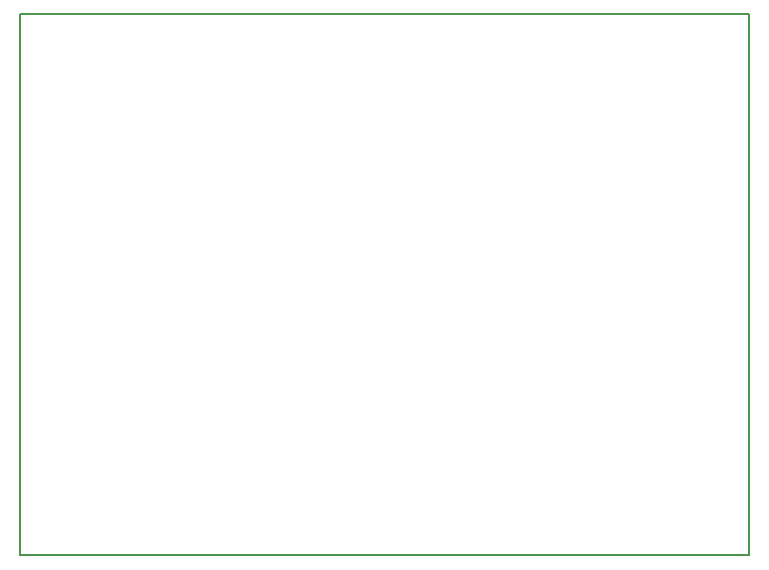
<source format=gm1>
G04 MADE WITH FRITZING*
G04 WWW.FRITZING.ORG*
G04 DOUBLE SIDED*
G04 HOLES PLATED*
G04 CONTOUR ON CENTER OF CONTOUR VECTOR*
%ASAXBY*%
%FSLAX23Y23*%
%MOIN*%
%OFA0B0*%
%SFA1.0B1.0*%
%ADD10R,2.440940X1.811020*%
%ADD11C,0.008000*%
%ADD10C,0.008*%
%LNCONTOUR*%
G90*
G70*
G54D10*
G54D11*
X4Y1807D02*
X2437Y1807D01*
X2437Y4D01*
X4Y4D01*
X4Y1807D01*
D02*
G04 End of contour*
M02*
</source>
